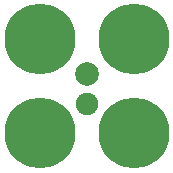
<source format=gtl>
%TF.GenerationSoftware,KiCad,Pcbnew,4.0.5-e0-6337~49~ubuntu16.04.1*%
%TF.CreationDate,2017-05-27T10:36:10-07:00*%
%TF.ProjectId,2x2-LED-TH-2.54mm-Pitch,3278322D4C45442D54482D322E35346D,v1.2*%
%TF.FileFunction,Copper,L1,Top,Signal*%
%FSLAX46Y46*%
G04 Gerber Fmt 4.6, Leading zero omitted, Abs format (unit mm)*
G04 Created by KiCad (PCBNEW 4.0.5-e0-6337~49~ubuntu16.04.1) date Sat May 27 10:36:10 2017*
%MOMM*%
%LPD*%
G01*
G04 APERTURE LIST*
%ADD10C,0.350000*%
%ADD11C,2.000000*%
%ADD12C,1.900000*%
%ADD13C,6.000000*%
%ADD14C,0.350000*%
G04 APERTURE END LIST*
D10*
D11*
X28816800Y-49432200D03*
D12*
X28816800Y-51972200D03*
D13*
X24816800Y-54432200D03*
X24816800Y-46432200D03*
X32816800Y-46432200D03*
X32816800Y-54432200D03*
D14*
X28816800Y-49432200D03*
X28816800Y-51972200D03*
X24816800Y-54432200D03*
X24816800Y-46432200D03*
X32816800Y-46432200D03*
X32816800Y-54432200D03*
M02*

</source>
